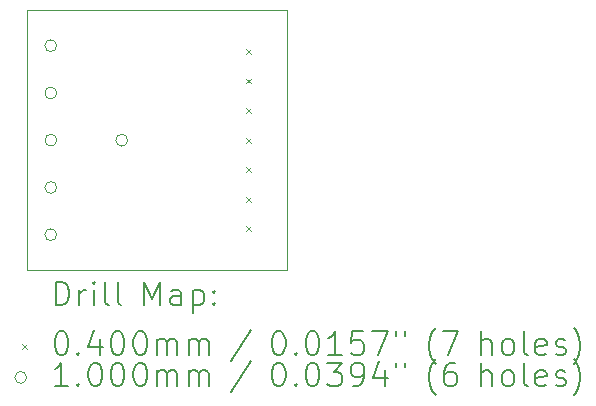
<source format=gbr>
%TF.GenerationSoftware,KiCad,Pcbnew,(7.0.0)*%
%TF.CreationDate,2023-03-10T18:23:23+01:00*%
%TF.ProjectId,CapacitorBox0805,43617061-6369-4746-9f72-426f78303830,rev?*%
%TF.SameCoordinates,Original*%
%TF.FileFunction,Drillmap*%
%TF.FilePolarity,Positive*%
%FSLAX45Y45*%
G04 Gerber Fmt 4.5, Leading zero omitted, Abs format (unit mm)*
G04 Created by KiCad (PCBNEW (7.0.0)) date 2023-03-10 18:23:23*
%MOMM*%
%LPD*%
G01*
G04 APERTURE LIST*
%ADD10C,0.100000*%
%ADD11C,0.200000*%
%ADD12C,0.040000*%
G04 APERTURE END LIST*
D10*
X10100000Y-10000000D02*
X12300000Y-10000000D01*
X12300000Y-10000000D02*
X12300000Y-12200000D01*
X12300000Y-12200000D02*
X10100000Y-12200000D01*
X10100000Y-10000000D02*
X10100000Y-12200000D01*
D11*
D12*
X11952500Y-10330000D02*
X11992500Y-10370000D01*
X11992500Y-10330000D02*
X11952500Y-10370000D01*
X11952500Y-10580000D02*
X11992500Y-10620000D01*
X11992500Y-10580000D02*
X11952500Y-10620000D01*
X11952500Y-10830000D02*
X11992500Y-10870000D01*
X11992500Y-10830000D02*
X11952500Y-10870000D01*
X11952500Y-11080000D02*
X11992500Y-11120000D01*
X11992500Y-11080000D02*
X11952500Y-11120000D01*
X11952500Y-11330000D02*
X11992500Y-11370000D01*
X11992500Y-11330000D02*
X11952500Y-11370000D01*
X11952500Y-11580000D02*
X11992500Y-11620000D01*
X11992500Y-11580000D02*
X11952500Y-11620000D01*
X11952500Y-11830000D02*
X11992500Y-11870000D01*
X11992500Y-11830000D02*
X11952500Y-11870000D01*
D10*
X10350000Y-10300000D02*
G75*
G03*
X10350000Y-10300000I-50000J0D01*
G01*
X10350000Y-10700000D02*
G75*
G03*
X10350000Y-10700000I-50000J0D01*
G01*
X10350000Y-11100000D02*
G75*
G03*
X10350000Y-11100000I-50000J0D01*
G01*
X10350000Y-11500000D02*
G75*
G03*
X10350000Y-11500000I-50000J0D01*
G01*
X10350000Y-11900000D02*
G75*
G03*
X10350000Y-11900000I-50000J0D01*
G01*
X10950000Y-11100000D02*
G75*
G03*
X10950000Y-11100000I-50000J0D01*
G01*
D11*
X10342619Y-12498476D02*
X10342619Y-12298476D01*
X10342619Y-12298476D02*
X10390238Y-12298476D01*
X10390238Y-12298476D02*
X10418810Y-12308000D01*
X10418810Y-12308000D02*
X10437857Y-12327048D01*
X10437857Y-12327048D02*
X10447381Y-12346095D01*
X10447381Y-12346095D02*
X10456905Y-12384190D01*
X10456905Y-12384190D02*
X10456905Y-12412762D01*
X10456905Y-12412762D02*
X10447381Y-12450857D01*
X10447381Y-12450857D02*
X10437857Y-12469905D01*
X10437857Y-12469905D02*
X10418810Y-12488952D01*
X10418810Y-12488952D02*
X10390238Y-12498476D01*
X10390238Y-12498476D02*
X10342619Y-12498476D01*
X10542619Y-12498476D02*
X10542619Y-12365143D01*
X10542619Y-12403238D02*
X10552143Y-12384190D01*
X10552143Y-12384190D02*
X10561667Y-12374667D01*
X10561667Y-12374667D02*
X10580714Y-12365143D01*
X10580714Y-12365143D02*
X10599762Y-12365143D01*
X10666429Y-12498476D02*
X10666429Y-12365143D01*
X10666429Y-12298476D02*
X10656905Y-12308000D01*
X10656905Y-12308000D02*
X10666429Y-12317524D01*
X10666429Y-12317524D02*
X10675952Y-12308000D01*
X10675952Y-12308000D02*
X10666429Y-12298476D01*
X10666429Y-12298476D02*
X10666429Y-12317524D01*
X10790238Y-12498476D02*
X10771190Y-12488952D01*
X10771190Y-12488952D02*
X10761667Y-12469905D01*
X10761667Y-12469905D02*
X10761667Y-12298476D01*
X10895000Y-12498476D02*
X10875952Y-12488952D01*
X10875952Y-12488952D02*
X10866429Y-12469905D01*
X10866429Y-12469905D02*
X10866429Y-12298476D01*
X11091190Y-12498476D02*
X11091190Y-12298476D01*
X11091190Y-12298476D02*
X11157857Y-12441333D01*
X11157857Y-12441333D02*
X11224524Y-12298476D01*
X11224524Y-12298476D02*
X11224524Y-12498476D01*
X11405476Y-12498476D02*
X11405476Y-12393714D01*
X11405476Y-12393714D02*
X11395952Y-12374667D01*
X11395952Y-12374667D02*
X11376905Y-12365143D01*
X11376905Y-12365143D02*
X11338809Y-12365143D01*
X11338809Y-12365143D02*
X11319762Y-12374667D01*
X11405476Y-12488952D02*
X11386428Y-12498476D01*
X11386428Y-12498476D02*
X11338809Y-12498476D01*
X11338809Y-12498476D02*
X11319762Y-12488952D01*
X11319762Y-12488952D02*
X11310238Y-12469905D01*
X11310238Y-12469905D02*
X11310238Y-12450857D01*
X11310238Y-12450857D02*
X11319762Y-12431809D01*
X11319762Y-12431809D02*
X11338809Y-12422286D01*
X11338809Y-12422286D02*
X11386428Y-12422286D01*
X11386428Y-12422286D02*
X11405476Y-12412762D01*
X11500714Y-12365143D02*
X11500714Y-12565143D01*
X11500714Y-12374667D02*
X11519762Y-12365143D01*
X11519762Y-12365143D02*
X11557857Y-12365143D01*
X11557857Y-12365143D02*
X11576905Y-12374667D01*
X11576905Y-12374667D02*
X11586428Y-12384190D01*
X11586428Y-12384190D02*
X11595952Y-12403238D01*
X11595952Y-12403238D02*
X11595952Y-12460381D01*
X11595952Y-12460381D02*
X11586428Y-12479428D01*
X11586428Y-12479428D02*
X11576905Y-12488952D01*
X11576905Y-12488952D02*
X11557857Y-12498476D01*
X11557857Y-12498476D02*
X11519762Y-12498476D01*
X11519762Y-12498476D02*
X11500714Y-12488952D01*
X11681667Y-12479428D02*
X11691190Y-12488952D01*
X11691190Y-12488952D02*
X11681667Y-12498476D01*
X11681667Y-12498476D02*
X11672143Y-12488952D01*
X11672143Y-12488952D02*
X11681667Y-12479428D01*
X11681667Y-12479428D02*
X11681667Y-12498476D01*
X11681667Y-12374667D02*
X11691190Y-12384190D01*
X11691190Y-12384190D02*
X11681667Y-12393714D01*
X11681667Y-12393714D02*
X11672143Y-12384190D01*
X11672143Y-12384190D02*
X11681667Y-12374667D01*
X11681667Y-12374667D02*
X11681667Y-12393714D01*
D12*
X10055000Y-12825000D02*
X10095000Y-12865000D01*
X10095000Y-12825000D02*
X10055000Y-12865000D01*
D11*
X10380714Y-12718476D02*
X10399762Y-12718476D01*
X10399762Y-12718476D02*
X10418810Y-12728000D01*
X10418810Y-12728000D02*
X10428333Y-12737524D01*
X10428333Y-12737524D02*
X10437857Y-12756571D01*
X10437857Y-12756571D02*
X10447381Y-12794667D01*
X10447381Y-12794667D02*
X10447381Y-12842286D01*
X10447381Y-12842286D02*
X10437857Y-12880381D01*
X10437857Y-12880381D02*
X10428333Y-12899428D01*
X10428333Y-12899428D02*
X10418810Y-12908952D01*
X10418810Y-12908952D02*
X10399762Y-12918476D01*
X10399762Y-12918476D02*
X10380714Y-12918476D01*
X10380714Y-12918476D02*
X10361667Y-12908952D01*
X10361667Y-12908952D02*
X10352143Y-12899428D01*
X10352143Y-12899428D02*
X10342619Y-12880381D01*
X10342619Y-12880381D02*
X10333095Y-12842286D01*
X10333095Y-12842286D02*
X10333095Y-12794667D01*
X10333095Y-12794667D02*
X10342619Y-12756571D01*
X10342619Y-12756571D02*
X10352143Y-12737524D01*
X10352143Y-12737524D02*
X10361667Y-12728000D01*
X10361667Y-12728000D02*
X10380714Y-12718476D01*
X10533095Y-12899428D02*
X10542619Y-12908952D01*
X10542619Y-12908952D02*
X10533095Y-12918476D01*
X10533095Y-12918476D02*
X10523571Y-12908952D01*
X10523571Y-12908952D02*
X10533095Y-12899428D01*
X10533095Y-12899428D02*
X10533095Y-12918476D01*
X10714048Y-12785143D02*
X10714048Y-12918476D01*
X10666429Y-12708952D02*
X10618810Y-12851809D01*
X10618810Y-12851809D02*
X10742619Y-12851809D01*
X10856905Y-12718476D02*
X10875952Y-12718476D01*
X10875952Y-12718476D02*
X10895000Y-12728000D01*
X10895000Y-12728000D02*
X10904524Y-12737524D01*
X10904524Y-12737524D02*
X10914048Y-12756571D01*
X10914048Y-12756571D02*
X10923571Y-12794667D01*
X10923571Y-12794667D02*
X10923571Y-12842286D01*
X10923571Y-12842286D02*
X10914048Y-12880381D01*
X10914048Y-12880381D02*
X10904524Y-12899428D01*
X10904524Y-12899428D02*
X10895000Y-12908952D01*
X10895000Y-12908952D02*
X10875952Y-12918476D01*
X10875952Y-12918476D02*
X10856905Y-12918476D01*
X10856905Y-12918476D02*
X10837857Y-12908952D01*
X10837857Y-12908952D02*
X10828333Y-12899428D01*
X10828333Y-12899428D02*
X10818810Y-12880381D01*
X10818810Y-12880381D02*
X10809286Y-12842286D01*
X10809286Y-12842286D02*
X10809286Y-12794667D01*
X10809286Y-12794667D02*
X10818810Y-12756571D01*
X10818810Y-12756571D02*
X10828333Y-12737524D01*
X10828333Y-12737524D02*
X10837857Y-12728000D01*
X10837857Y-12728000D02*
X10856905Y-12718476D01*
X11047381Y-12718476D02*
X11066429Y-12718476D01*
X11066429Y-12718476D02*
X11085476Y-12728000D01*
X11085476Y-12728000D02*
X11095000Y-12737524D01*
X11095000Y-12737524D02*
X11104524Y-12756571D01*
X11104524Y-12756571D02*
X11114048Y-12794667D01*
X11114048Y-12794667D02*
X11114048Y-12842286D01*
X11114048Y-12842286D02*
X11104524Y-12880381D01*
X11104524Y-12880381D02*
X11095000Y-12899428D01*
X11095000Y-12899428D02*
X11085476Y-12908952D01*
X11085476Y-12908952D02*
X11066429Y-12918476D01*
X11066429Y-12918476D02*
X11047381Y-12918476D01*
X11047381Y-12918476D02*
X11028333Y-12908952D01*
X11028333Y-12908952D02*
X11018810Y-12899428D01*
X11018810Y-12899428D02*
X11009286Y-12880381D01*
X11009286Y-12880381D02*
X10999762Y-12842286D01*
X10999762Y-12842286D02*
X10999762Y-12794667D01*
X10999762Y-12794667D02*
X11009286Y-12756571D01*
X11009286Y-12756571D02*
X11018810Y-12737524D01*
X11018810Y-12737524D02*
X11028333Y-12728000D01*
X11028333Y-12728000D02*
X11047381Y-12718476D01*
X11199762Y-12918476D02*
X11199762Y-12785143D01*
X11199762Y-12804190D02*
X11209286Y-12794667D01*
X11209286Y-12794667D02*
X11228333Y-12785143D01*
X11228333Y-12785143D02*
X11256905Y-12785143D01*
X11256905Y-12785143D02*
X11275952Y-12794667D01*
X11275952Y-12794667D02*
X11285476Y-12813714D01*
X11285476Y-12813714D02*
X11285476Y-12918476D01*
X11285476Y-12813714D02*
X11295000Y-12794667D01*
X11295000Y-12794667D02*
X11314048Y-12785143D01*
X11314048Y-12785143D02*
X11342619Y-12785143D01*
X11342619Y-12785143D02*
X11361667Y-12794667D01*
X11361667Y-12794667D02*
X11371190Y-12813714D01*
X11371190Y-12813714D02*
X11371190Y-12918476D01*
X11466429Y-12918476D02*
X11466429Y-12785143D01*
X11466429Y-12804190D02*
X11475952Y-12794667D01*
X11475952Y-12794667D02*
X11495000Y-12785143D01*
X11495000Y-12785143D02*
X11523571Y-12785143D01*
X11523571Y-12785143D02*
X11542619Y-12794667D01*
X11542619Y-12794667D02*
X11552143Y-12813714D01*
X11552143Y-12813714D02*
X11552143Y-12918476D01*
X11552143Y-12813714D02*
X11561667Y-12794667D01*
X11561667Y-12794667D02*
X11580714Y-12785143D01*
X11580714Y-12785143D02*
X11609286Y-12785143D01*
X11609286Y-12785143D02*
X11628333Y-12794667D01*
X11628333Y-12794667D02*
X11637857Y-12813714D01*
X11637857Y-12813714D02*
X11637857Y-12918476D01*
X11995952Y-12708952D02*
X11824524Y-12966095D01*
X12220714Y-12718476D02*
X12239762Y-12718476D01*
X12239762Y-12718476D02*
X12258810Y-12728000D01*
X12258810Y-12728000D02*
X12268333Y-12737524D01*
X12268333Y-12737524D02*
X12277857Y-12756571D01*
X12277857Y-12756571D02*
X12287381Y-12794667D01*
X12287381Y-12794667D02*
X12287381Y-12842286D01*
X12287381Y-12842286D02*
X12277857Y-12880381D01*
X12277857Y-12880381D02*
X12268333Y-12899428D01*
X12268333Y-12899428D02*
X12258810Y-12908952D01*
X12258810Y-12908952D02*
X12239762Y-12918476D01*
X12239762Y-12918476D02*
X12220714Y-12918476D01*
X12220714Y-12918476D02*
X12201667Y-12908952D01*
X12201667Y-12908952D02*
X12192143Y-12899428D01*
X12192143Y-12899428D02*
X12182619Y-12880381D01*
X12182619Y-12880381D02*
X12173095Y-12842286D01*
X12173095Y-12842286D02*
X12173095Y-12794667D01*
X12173095Y-12794667D02*
X12182619Y-12756571D01*
X12182619Y-12756571D02*
X12192143Y-12737524D01*
X12192143Y-12737524D02*
X12201667Y-12728000D01*
X12201667Y-12728000D02*
X12220714Y-12718476D01*
X12373095Y-12899428D02*
X12382619Y-12908952D01*
X12382619Y-12908952D02*
X12373095Y-12918476D01*
X12373095Y-12918476D02*
X12363571Y-12908952D01*
X12363571Y-12908952D02*
X12373095Y-12899428D01*
X12373095Y-12899428D02*
X12373095Y-12918476D01*
X12506429Y-12718476D02*
X12525476Y-12718476D01*
X12525476Y-12718476D02*
X12544524Y-12728000D01*
X12544524Y-12728000D02*
X12554048Y-12737524D01*
X12554048Y-12737524D02*
X12563571Y-12756571D01*
X12563571Y-12756571D02*
X12573095Y-12794667D01*
X12573095Y-12794667D02*
X12573095Y-12842286D01*
X12573095Y-12842286D02*
X12563571Y-12880381D01*
X12563571Y-12880381D02*
X12554048Y-12899428D01*
X12554048Y-12899428D02*
X12544524Y-12908952D01*
X12544524Y-12908952D02*
X12525476Y-12918476D01*
X12525476Y-12918476D02*
X12506429Y-12918476D01*
X12506429Y-12918476D02*
X12487381Y-12908952D01*
X12487381Y-12908952D02*
X12477857Y-12899428D01*
X12477857Y-12899428D02*
X12468333Y-12880381D01*
X12468333Y-12880381D02*
X12458810Y-12842286D01*
X12458810Y-12842286D02*
X12458810Y-12794667D01*
X12458810Y-12794667D02*
X12468333Y-12756571D01*
X12468333Y-12756571D02*
X12477857Y-12737524D01*
X12477857Y-12737524D02*
X12487381Y-12728000D01*
X12487381Y-12728000D02*
X12506429Y-12718476D01*
X12763571Y-12918476D02*
X12649286Y-12918476D01*
X12706429Y-12918476D02*
X12706429Y-12718476D01*
X12706429Y-12718476D02*
X12687381Y-12747048D01*
X12687381Y-12747048D02*
X12668333Y-12766095D01*
X12668333Y-12766095D02*
X12649286Y-12775619D01*
X12944524Y-12718476D02*
X12849286Y-12718476D01*
X12849286Y-12718476D02*
X12839762Y-12813714D01*
X12839762Y-12813714D02*
X12849286Y-12804190D01*
X12849286Y-12804190D02*
X12868333Y-12794667D01*
X12868333Y-12794667D02*
X12915952Y-12794667D01*
X12915952Y-12794667D02*
X12935000Y-12804190D01*
X12935000Y-12804190D02*
X12944524Y-12813714D01*
X12944524Y-12813714D02*
X12954048Y-12832762D01*
X12954048Y-12832762D02*
X12954048Y-12880381D01*
X12954048Y-12880381D02*
X12944524Y-12899428D01*
X12944524Y-12899428D02*
X12935000Y-12908952D01*
X12935000Y-12908952D02*
X12915952Y-12918476D01*
X12915952Y-12918476D02*
X12868333Y-12918476D01*
X12868333Y-12918476D02*
X12849286Y-12908952D01*
X12849286Y-12908952D02*
X12839762Y-12899428D01*
X13020714Y-12718476D02*
X13154048Y-12718476D01*
X13154048Y-12718476D02*
X13068333Y-12918476D01*
X13220714Y-12718476D02*
X13220714Y-12756571D01*
X13296905Y-12718476D02*
X13296905Y-12756571D01*
X13559762Y-12994667D02*
X13550238Y-12985143D01*
X13550238Y-12985143D02*
X13531191Y-12956571D01*
X13531191Y-12956571D02*
X13521667Y-12937524D01*
X13521667Y-12937524D02*
X13512143Y-12908952D01*
X13512143Y-12908952D02*
X13502619Y-12861333D01*
X13502619Y-12861333D02*
X13502619Y-12823238D01*
X13502619Y-12823238D02*
X13512143Y-12775619D01*
X13512143Y-12775619D02*
X13521667Y-12747048D01*
X13521667Y-12747048D02*
X13531191Y-12728000D01*
X13531191Y-12728000D02*
X13550238Y-12699428D01*
X13550238Y-12699428D02*
X13559762Y-12689905D01*
X13616905Y-12718476D02*
X13750238Y-12718476D01*
X13750238Y-12718476D02*
X13664524Y-12918476D01*
X13946429Y-12918476D02*
X13946429Y-12718476D01*
X14032143Y-12918476D02*
X14032143Y-12813714D01*
X14032143Y-12813714D02*
X14022619Y-12794667D01*
X14022619Y-12794667D02*
X14003572Y-12785143D01*
X14003572Y-12785143D02*
X13975000Y-12785143D01*
X13975000Y-12785143D02*
X13955952Y-12794667D01*
X13955952Y-12794667D02*
X13946429Y-12804190D01*
X14155952Y-12918476D02*
X14136905Y-12908952D01*
X14136905Y-12908952D02*
X14127381Y-12899428D01*
X14127381Y-12899428D02*
X14117857Y-12880381D01*
X14117857Y-12880381D02*
X14117857Y-12823238D01*
X14117857Y-12823238D02*
X14127381Y-12804190D01*
X14127381Y-12804190D02*
X14136905Y-12794667D01*
X14136905Y-12794667D02*
X14155952Y-12785143D01*
X14155952Y-12785143D02*
X14184524Y-12785143D01*
X14184524Y-12785143D02*
X14203572Y-12794667D01*
X14203572Y-12794667D02*
X14213095Y-12804190D01*
X14213095Y-12804190D02*
X14222619Y-12823238D01*
X14222619Y-12823238D02*
X14222619Y-12880381D01*
X14222619Y-12880381D02*
X14213095Y-12899428D01*
X14213095Y-12899428D02*
X14203572Y-12908952D01*
X14203572Y-12908952D02*
X14184524Y-12918476D01*
X14184524Y-12918476D02*
X14155952Y-12918476D01*
X14336905Y-12918476D02*
X14317857Y-12908952D01*
X14317857Y-12908952D02*
X14308333Y-12889905D01*
X14308333Y-12889905D02*
X14308333Y-12718476D01*
X14489286Y-12908952D02*
X14470238Y-12918476D01*
X14470238Y-12918476D02*
X14432143Y-12918476D01*
X14432143Y-12918476D02*
X14413095Y-12908952D01*
X14413095Y-12908952D02*
X14403572Y-12889905D01*
X14403572Y-12889905D02*
X14403572Y-12813714D01*
X14403572Y-12813714D02*
X14413095Y-12794667D01*
X14413095Y-12794667D02*
X14432143Y-12785143D01*
X14432143Y-12785143D02*
X14470238Y-12785143D01*
X14470238Y-12785143D02*
X14489286Y-12794667D01*
X14489286Y-12794667D02*
X14498810Y-12813714D01*
X14498810Y-12813714D02*
X14498810Y-12832762D01*
X14498810Y-12832762D02*
X14403572Y-12851809D01*
X14575000Y-12908952D02*
X14594048Y-12918476D01*
X14594048Y-12918476D02*
X14632143Y-12918476D01*
X14632143Y-12918476D02*
X14651191Y-12908952D01*
X14651191Y-12908952D02*
X14660714Y-12889905D01*
X14660714Y-12889905D02*
X14660714Y-12880381D01*
X14660714Y-12880381D02*
X14651191Y-12861333D01*
X14651191Y-12861333D02*
X14632143Y-12851809D01*
X14632143Y-12851809D02*
X14603572Y-12851809D01*
X14603572Y-12851809D02*
X14584524Y-12842286D01*
X14584524Y-12842286D02*
X14575000Y-12823238D01*
X14575000Y-12823238D02*
X14575000Y-12813714D01*
X14575000Y-12813714D02*
X14584524Y-12794667D01*
X14584524Y-12794667D02*
X14603572Y-12785143D01*
X14603572Y-12785143D02*
X14632143Y-12785143D01*
X14632143Y-12785143D02*
X14651191Y-12794667D01*
X14727381Y-12994667D02*
X14736905Y-12985143D01*
X14736905Y-12985143D02*
X14755953Y-12956571D01*
X14755953Y-12956571D02*
X14765476Y-12937524D01*
X14765476Y-12937524D02*
X14775000Y-12908952D01*
X14775000Y-12908952D02*
X14784524Y-12861333D01*
X14784524Y-12861333D02*
X14784524Y-12823238D01*
X14784524Y-12823238D02*
X14775000Y-12775619D01*
X14775000Y-12775619D02*
X14765476Y-12747048D01*
X14765476Y-12747048D02*
X14755953Y-12728000D01*
X14755953Y-12728000D02*
X14736905Y-12699428D01*
X14736905Y-12699428D02*
X14727381Y-12689905D01*
D10*
X10095000Y-13109000D02*
G75*
G03*
X10095000Y-13109000I-50000J0D01*
G01*
D11*
X10447381Y-13182476D02*
X10333095Y-13182476D01*
X10390238Y-13182476D02*
X10390238Y-12982476D01*
X10390238Y-12982476D02*
X10371190Y-13011048D01*
X10371190Y-13011048D02*
X10352143Y-13030095D01*
X10352143Y-13030095D02*
X10333095Y-13039619D01*
X10533095Y-13163428D02*
X10542619Y-13172952D01*
X10542619Y-13172952D02*
X10533095Y-13182476D01*
X10533095Y-13182476D02*
X10523571Y-13172952D01*
X10523571Y-13172952D02*
X10533095Y-13163428D01*
X10533095Y-13163428D02*
X10533095Y-13182476D01*
X10666429Y-12982476D02*
X10685476Y-12982476D01*
X10685476Y-12982476D02*
X10704524Y-12992000D01*
X10704524Y-12992000D02*
X10714048Y-13001524D01*
X10714048Y-13001524D02*
X10723571Y-13020571D01*
X10723571Y-13020571D02*
X10733095Y-13058667D01*
X10733095Y-13058667D02*
X10733095Y-13106286D01*
X10733095Y-13106286D02*
X10723571Y-13144381D01*
X10723571Y-13144381D02*
X10714048Y-13163428D01*
X10714048Y-13163428D02*
X10704524Y-13172952D01*
X10704524Y-13172952D02*
X10685476Y-13182476D01*
X10685476Y-13182476D02*
X10666429Y-13182476D01*
X10666429Y-13182476D02*
X10647381Y-13172952D01*
X10647381Y-13172952D02*
X10637857Y-13163428D01*
X10637857Y-13163428D02*
X10628333Y-13144381D01*
X10628333Y-13144381D02*
X10618810Y-13106286D01*
X10618810Y-13106286D02*
X10618810Y-13058667D01*
X10618810Y-13058667D02*
X10628333Y-13020571D01*
X10628333Y-13020571D02*
X10637857Y-13001524D01*
X10637857Y-13001524D02*
X10647381Y-12992000D01*
X10647381Y-12992000D02*
X10666429Y-12982476D01*
X10856905Y-12982476D02*
X10875952Y-12982476D01*
X10875952Y-12982476D02*
X10895000Y-12992000D01*
X10895000Y-12992000D02*
X10904524Y-13001524D01*
X10904524Y-13001524D02*
X10914048Y-13020571D01*
X10914048Y-13020571D02*
X10923571Y-13058667D01*
X10923571Y-13058667D02*
X10923571Y-13106286D01*
X10923571Y-13106286D02*
X10914048Y-13144381D01*
X10914048Y-13144381D02*
X10904524Y-13163428D01*
X10904524Y-13163428D02*
X10895000Y-13172952D01*
X10895000Y-13172952D02*
X10875952Y-13182476D01*
X10875952Y-13182476D02*
X10856905Y-13182476D01*
X10856905Y-13182476D02*
X10837857Y-13172952D01*
X10837857Y-13172952D02*
X10828333Y-13163428D01*
X10828333Y-13163428D02*
X10818810Y-13144381D01*
X10818810Y-13144381D02*
X10809286Y-13106286D01*
X10809286Y-13106286D02*
X10809286Y-13058667D01*
X10809286Y-13058667D02*
X10818810Y-13020571D01*
X10818810Y-13020571D02*
X10828333Y-13001524D01*
X10828333Y-13001524D02*
X10837857Y-12992000D01*
X10837857Y-12992000D02*
X10856905Y-12982476D01*
X11047381Y-12982476D02*
X11066429Y-12982476D01*
X11066429Y-12982476D02*
X11085476Y-12992000D01*
X11085476Y-12992000D02*
X11095000Y-13001524D01*
X11095000Y-13001524D02*
X11104524Y-13020571D01*
X11104524Y-13020571D02*
X11114048Y-13058667D01*
X11114048Y-13058667D02*
X11114048Y-13106286D01*
X11114048Y-13106286D02*
X11104524Y-13144381D01*
X11104524Y-13144381D02*
X11095000Y-13163428D01*
X11095000Y-13163428D02*
X11085476Y-13172952D01*
X11085476Y-13172952D02*
X11066429Y-13182476D01*
X11066429Y-13182476D02*
X11047381Y-13182476D01*
X11047381Y-13182476D02*
X11028333Y-13172952D01*
X11028333Y-13172952D02*
X11018810Y-13163428D01*
X11018810Y-13163428D02*
X11009286Y-13144381D01*
X11009286Y-13144381D02*
X10999762Y-13106286D01*
X10999762Y-13106286D02*
X10999762Y-13058667D01*
X10999762Y-13058667D02*
X11009286Y-13020571D01*
X11009286Y-13020571D02*
X11018810Y-13001524D01*
X11018810Y-13001524D02*
X11028333Y-12992000D01*
X11028333Y-12992000D02*
X11047381Y-12982476D01*
X11199762Y-13182476D02*
X11199762Y-13049143D01*
X11199762Y-13068190D02*
X11209286Y-13058667D01*
X11209286Y-13058667D02*
X11228333Y-13049143D01*
X11228333Y-13049143D02*
X11256905Y-13049143D01*
X11256905Y-13049143D02*
X11275952Y-13058667D01*
X11275952Y-13058667D02*
X11285476Y-13077714D01*
X11285476Y-13077714D02*
X11285476Y-13182476D01*
X11285476Y-13077714D02*
X11295000Y-13058667D01*
X11295000Y-13058667D02*
X11314048Y-13049143D01*
X11314048Y-13049143D02*
X11342619Y-13049143D01*
X11342619Y-13049143D02*
X11361667Y-13058667D01*
X11361667Y-13058667D02*
X11371190Y-13077714D01*
X11371190Y-13077714D02*
X11371190Y-13182476D01*
X11466429Y-13182476D02*
X11466429Y-13049143D01*
X11466429Y-13068190D02*
X11475952Y-13058667D01*
X11475952Y-13058667D02*
X11495000Y-13049143D01*
X11495000Y-13049143D02*
X11523571Y-13049143D01*
X11523571Y-13049143D02*
X11542619Y-13058667D01*
X11542619Y-13058667D02*
X11552143Y-13077714D01*
X11552143Y-13077714D02*
X11552143Y-13182476D01*
X11552143Y-13077714D02*
X11561667Y-13058667D01*
X11561667Y-13058667D02*
X11580714Y-13049143D01*
X11580714Y-13049143D02*
X11609286Y-13049143D01*
X11609286Y-13049143D02*
X11628333Y-13058667D01*
X11628333Y-13058667D02*
X11637857Y-13077714D01*
X11637857Y-13077714D02*
X11637857Y-13182476D01*
X11995952Y-12972952D02*
X11824524Y-13230095D01*
X12220714Y-12982476D02*
X12239762Y-12982476D01*
X12239762Y-12982476D02*
X12258810Y-12992000D01*
X12258810Y-12992000D02*
X12268333Y-13001524D01*
X12268333Y-13001524D02*
X12277857Y-13020571D01*
X12277857Y-13020571D02*
X12287381Y-13058667D01*
X12287381Y-13058667D02*
X12287381Y-13106286D01*
X12287381Y-13106286D02*
X12277857Y-13144381D01*
X12277857Y-13144381D02*
X12268333Y-13163428D01*
X12268333Y-13163428D02*
X12258810Y-13172952D01*
X12258810Y-13172952D02*
X12239762Y-13182476D01*
X12239762Y-13182476D02*
X12220714Y-13182476D01*
X12220714Y-13182476D02*
X12201667Y-13172952D01*
X12201667Y-13172952D02*
X12192143Y-13163428D01*
X12192143Y-13163428D02*
X12182619Y-13144381D01*
X12182619Y-13144381D02*
X12173095Y-13106286D01*
X12173095Y-13106286D02*
X12173095Y-13058667D01*
X12173095Y-13058667D02*
X12182619Y-13020571D01*
X12182619Y-13020571D02*
X12192143Y-13001524D01*
X12192143Y-13001524D02*
X12201667Y-12992000D01*
X12201667Y-12992000D02*
X12220714Y-12982476D01*
X12373095Y-13163428D02*
X12382619Y-13172952D01*
X12382619Y-13172952D02*
X12373095Y-13182476D01*
X12373095Y-13182476D02*
X12363571Y-13172952D01*
X12363571Y-13172952D02*
X12373095Y-13163428D01*
X12373095Y-13163428D02*
X12373095Y-13182476D01*
X12506429Y-12982476D02*
X12525476Y-12982476D01*
X12525476Y-12982476D02*
X12544524Y-12992000D01*
X12544524Y-12992000D02*
X12554048Y-13001524D01*
X12554048Y-13001524D02*
X12563571Y-13020571D01*
X12563571Y-13020571D02*
X12573095Y-13058667D01*
X12573095Y-13058667D02*
X12573095Y-13106286D01*
X12573095Y-13106286D02*
X12563571Y-13144381D01*
X12563571Y-13144381D02*
X12554048Y-13163428D01*
X12554048Y-13163428D02*
X12544524Y-13172952D01*
X12544524Y-13172952D02*
X12525476Y-13182476D01*
X12525476Y-13182476D02*
X12506429Y-13182476D01*
X12506429Y-13182476D02*
X12487381Y-13172952D01*
X12487381Y-13172952D02*
X12477857Y-13163428D01*
X12477857Y-13163428D02*
X12468333Y-13144381D01*
X12468333Y-13144381D02*
X12458810Y-13106286D01*
X12458810Y-13106286D02*
X12458810Y-13058667D01*
X12458810Y-13058667D02*
X12468333Y-13020571D01*
X12468333Y-13020571D02*
X12477857Y-13001524D01*
X12477857Y-13001524D02*
X12487381Y-12992000D01*
X12487381Y-12992000D02*
X12506429Y-12982476D01*
X12639762Y-12982476D02*
X12763571Y-12982476D01*
X12763571Y-12982476D02*
X12696905Y-13058667D01*
X12696905Y-13058667D02*
X12725476Y-13058667D01*
X12725476Y-13058667D02*
X12744524Y-13068190D01*
X12744524Y-13068190D02*
X12754048Y-13077714D01*
X12754048Y-13077714D02*
X12763571Y-13096762D01*
X12763571Y-13096762D02*
X12763571Y-13144381D01*
X12763571Y-13144381D02*
X12754048Y-13163428D01*
X12754048Y-13163428D02*
X12744524Y-13172952D01*
X12744524Y-13172952D02*
X12725476Y-13182476D01*
X12725476Y-13182476D02*
X12668333Y-13182476D01*
X12668333Y-13182476D02*
X12649286Y-13172952D01*
X12649286Y-13172952D02*
X12639762Y-13163428D01*
X12858810Y-13182476D02*
X12896905Y-13182476D01*
X12896905Y-13182476D02*
X12915952Y-13172952D01*
X12915952Y-13172952D02*
X12925476Y-13163428D01*
X12925476Y-13163428D02*
X12944524Y-13134857D01*
X12944524Y-13134857D02*
X12954048Y-13096762D01*
X12954048Y-13096762D02*
X12954048Y-13020571D01*
X12954048Y-13020571D02*
X12944524Y-13001524D01*
X12944524Y-13001524D02*
X12935000Y-12992000D01*
X12935000Y-12992000D02*
X12915952Y-12982476D01*
X12915952Y-12982476D02*
X12877857Y-12982476D01*
X12877857Y-12982476D02*
X12858810Y-12992000D01*
X12858810Y-12992000D02*
X12849286Y-13001524D01*
X12849286Y-13001524D02*
X12839762Y-13020571D01*
X12839762Y-13020571D02*
X12839762Y-13068190D01*
X12839762Y-13068190D02*
X12849286Y-13087238D01*
X12849286Y-13087238D02*
X12858810Y-13096762D01*
X12858810Y-13096762D02*
X12877857Y-13106286D01*
X12877857Y-13106286D02*
X12915952Y-13106286D01*
X12915952Y-13106286D02*
X12935000Y-13096762D01*
X12935000Y-13096762D02*
X12944524Y-13087238D01*
X12944524Y-13087238D02*
X12954048Y-13068190D01*
X13125476Y-13049143D02*
X13125476Y-13182476D01*
X13077857Y-12972952D02*
X13030238Y-13115809D01*
X13030238Y-13115809D02*
X13154048Y-13115809D01*
X13220714Y-12982476D02*
X13220714Y-13020571D01*
X13296905Y-12982476D02*
X13296905Y-13020571D01*
X13559762Y-13258667D02*
X13550238Y-13249143D01*
X13550238Y-13249143D02*
X13531191Y-13220571D01*
X13531191Y-13220571D02*
X13521667Y-13201524D01*
X13521667Y-13201524D02*
X13512143Y-13172952D01*
X13512143Y-13172952D02*
X13502619Y-13125333D01*
X13502619Y-13125333D02*
X13502619Y-13087238D01*
X13502619Y-13087238D02*
X13512143Y-13039619D01*
X13512143Y-13039619D02*
X13521667Y-13011048D01*
X13521667Y-13011048D02*
X13531191Y-12992000D01*
X13531191Y-12992000D02*
X13550238Y-12963428D01*
X13550238Y-12963428D02*
X13559762Y-12953905D01*
X13721667Y-12982476D02*
X13683571Y-12982476D01*
X13683571Y-12982476D02*
X13664524Y-12992000D01*
X13664524Y-12992000D02*
X13655000Y-13001524D01*
X13655000Y-13001524D02*
X13635952Y-13030095D01*
X13635952Y-13030095D02*
X13626429Y-13068190D01*
X13626429Y-13068190D02*
X13626429Y-13144381D01*
X13626429Y-13144381D02*
X13635952Y-13163428D01*
X13635952Y-13163428D02*
X13645476Y-13172952D01*
X13645476Y-13172952D02*
X13664524Y-13182476D01*
X13664524Y-13182476D02*
X13702619Y-13182476D01*
X13702619Y-13182476D02*
X13721667Y-13172952D01*
X13721667Y-13172952D02*
X13731191Y-13163428D01*
X13731191Y-13163428D02*
X13740714Y-13144381D01*
X13740714Y-13144381D02*
X13740714Y-13096762D01*
X13740714Y-13096762D02*
X13731191Y-13077714D01*
X13731191Y-13077714D02*
X13721667Y-13068190D01*
X13721667Y-13068190D02*
X13702619Y-13058667D01*
X13702619Y-13058667D02*
X13664524Y-13058667D01*
X13664524Y-13058667D02*
X13645476Y-13068190D01*
X13645476Y-13068190D02*
X13635952Y-13077714D01*
X13635952Y-13077714D02*
X13626429Y-13096762D01*
X13946429Y-13182476D02*
X13946429Y-12982476D01*
X14032143Y-13182476D02*
X14032143Y-13077714D01*
X14032143Y-13077714D02*
X14022619Y-13058667D01*
X14022619Y-13058667D02*
X14003572Y-13049143D01*
X14003572Y-13049143D02*
X13975000Y-13049143D01*
X13975000Y-13049143D02*
X13955952Y-13058667D01*
X13955952Y-13058667D02*
X13946429Y-13068190D01*
X14155952Y-13182476D02*
X14136905Y-13172952D01*
X14136905Y-13172952D02*
X14127381Y-13163428D01*
X14127381Y-13163428D02*
X14117857Y-13144381D01*
X14117857Y-13144381D02*
X14117857Y-13087238D01*
X14117857Y-13087238D02*
X14127381Y-13068190D01*
X14127381Y-13068190D02*
X14136905Y-13058667D01*
X14136905Y-13058667D02*
X14155952Y-13049143D01*
X14155952Y-13049143D02*
X14184524Y-13049143D01*
X14184524Y-13049143D02*
X14203572Y-13058667D01*
X14203572Y-13058667D02*
X14213095Y-13068190D01*
X14213095Y-13068190D02*
X14222619Y-13087238D01*
X14222619Y-13087238D02*
X14222619Y-13144381D01*
X14222619Y-13144381D02*
X14213095Y-13163428D01*
X14213095Y-13163428D02*
X14203572Y-13172952D01*
X14203572Y-13172952D02*
X14184524Y-13182476D01*
X14184524Y-13182476D02*
X14155952Y-13182476D01*
X14336905Y-13182476D02*
X14317857Y-13172952D01*
X14317857Y-13172952D02*
X14308333Y-13153905D01*
X14308333Y-13153905D02*
X14308333Y-12982476D01*
X14489286Y-13172952D02*
X14470238Y-13182476D01*
X14470238Y-13182476D02*
X14432143Y-13182476D01*
X14432143Y-13182476D02*
X14413095Y-13172952D01*
X14413095Y-13172952D02*
X14403572Y-13153905D01*
X14403572Y-13153905D02*
X14403572Y-13077714D01*
X14403572Y-13077714D02*
X14413095Y-13058667D01*
X14413095Y-13058667D02*
X14432143Y-13049143D01*
X14432143Y-13049143D02*
X14470238Y-13049143D01*
X14470238Y-13049143D02*
X14489286Y-13058667D01*
X14489286Y-13058667D02*
X14498810Y-13077714D01*
X14498810Y-13077714D02*
X14498810Y-13096762D01*
X14498810Y-13096762D02*
X14403572Y-13115809D01*
X14575000Y-13172952D02*
X14594048Y-13182476D01*
X14594048Y-13182476D02*
X14632143Y-13182476D01*
X14632143Y-13182476D02*
X14651191Y-13172952D01*
X14651191Y-13172952D02*
X14660714Y-13153905D01*
X14660714Y-13153905D02*
X14660714Y-13144381D01*
X14660714Y-13144381D02*
X14651191Y-13125333D01*
X14651191Y-13125333D02*
X14632143Y-13115809D01*
X14632143Y-13115809D02*
X14603572Y-13115809D01*
X14603572Y-13115809D02*
X14584524Y-13106286D01*
X14584524Y-13106286D02*
X14575000Y-13087238D01*
X14575000Y-13087238D02*
X14575000Y-13077714D01*
X14575000Y-13077714D02*
X14584524Y-13058667D01*
X14584524Y-13058667D02*
X14603572Y-13049143D01*
X14603572Y-13049143D02*
X14632143Y-13049143D01*
X14632143Y-13049143D02*
X14651191Y-13058667D01*
X14727381Y-13258667D02*
X14736905Y-13249143D01*
X14736905Y-13249143D02*
X14755953Y-13220571D01*
X14755953Y-13220571D02*
X14765476Y-13201524D01*
X14765476Y-13201524D02*
X14775000Y-13172952D01*
X14775000Y-13172952D02*
X14784524Y-13125333D01*
X14784524Y-13125333D02*
X14784524Y-13087238D01*
X14784524Y-13087238D02*
X14775000Y-13039619D01*
X14775000Y-13039619D02*
X14765476Y-13011048D01*
X14765476Y-13011048D02*
X14755953Y-12992000D01*
X14755953Y-12992000D02*
X14736905Y-12963428D01*
X14736905Y-12963428D02*
X14727381Y-12953905D01*
M02*

</source>
